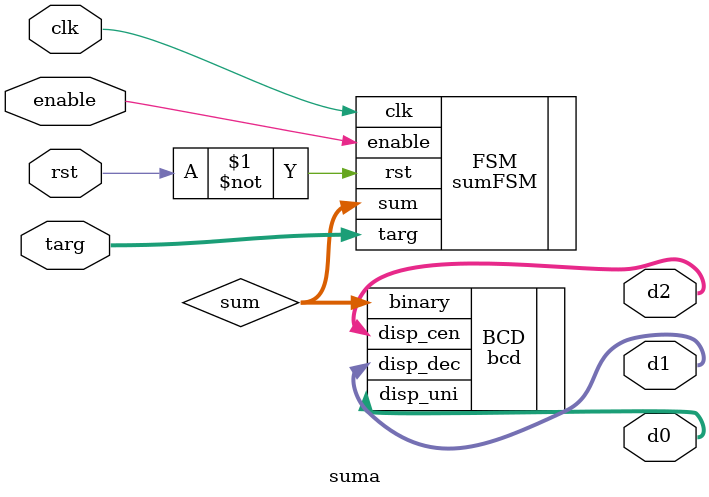
<source format=v>
module suma (
	input clk,rst,enable,
	input [3:0] targ,
	output [6:0] d0,d1,d2
	);
	
	wire [7:0] sum;
	
	sumFSM FSM (
		.clk(clk),
		.rst(~rst),
		.enable(enable),
		.targ(targ),
		.sum(sum)
	 );
	 
	bcd BCD (
		.binary(sum),
		.disp_uni(d0),
		.disp_dec(d1),
		.disp_cen(d2)
	);
	 
endmodule
</source>
